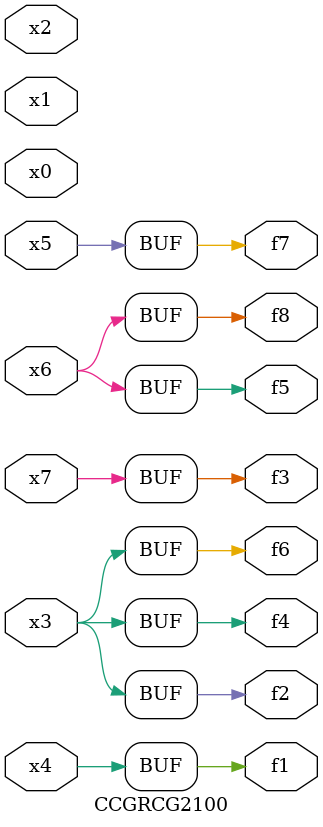
<source format=v>
module CCGRCG2100(
	input x0, x1, x2, x3, x4, x5, x6, x7,
	output f1, f2, f3, f4, f5, f6, f7, f8
);
	assign f1 = x4;
	assign f2 = x3;
	assign f3 = x7;
	assign f4 = x3;
	assign f5 = x6;
	assign f6 = x3;
	assign f7 = x5;
	assign f8 = x6;
endmodule

</source>
